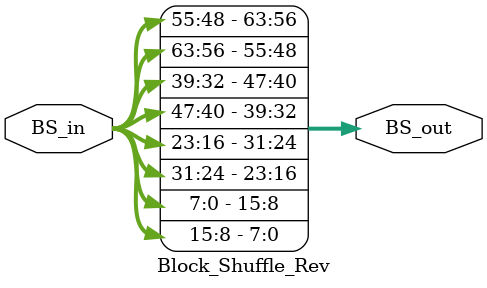
<source format=v>
`timescale 1ns / 1ps

module Block_Shuffle_Rev(
    input  [63:0] BS_in,
    output [63:0] BS_out
);


assign BS_out[15:0]  = {BS_in[7:0], BS_in[15:8]};
assign BS_out[31:16] = {BS_in[23:16], BS_in[31:24]};
assign BS_out[47:32] = {BS_in[39:32], BS_in[47:40]};
assign BS_out[63:48] = {BS_in[55:48], BS_in[63:56]};



endmodule
</source>
